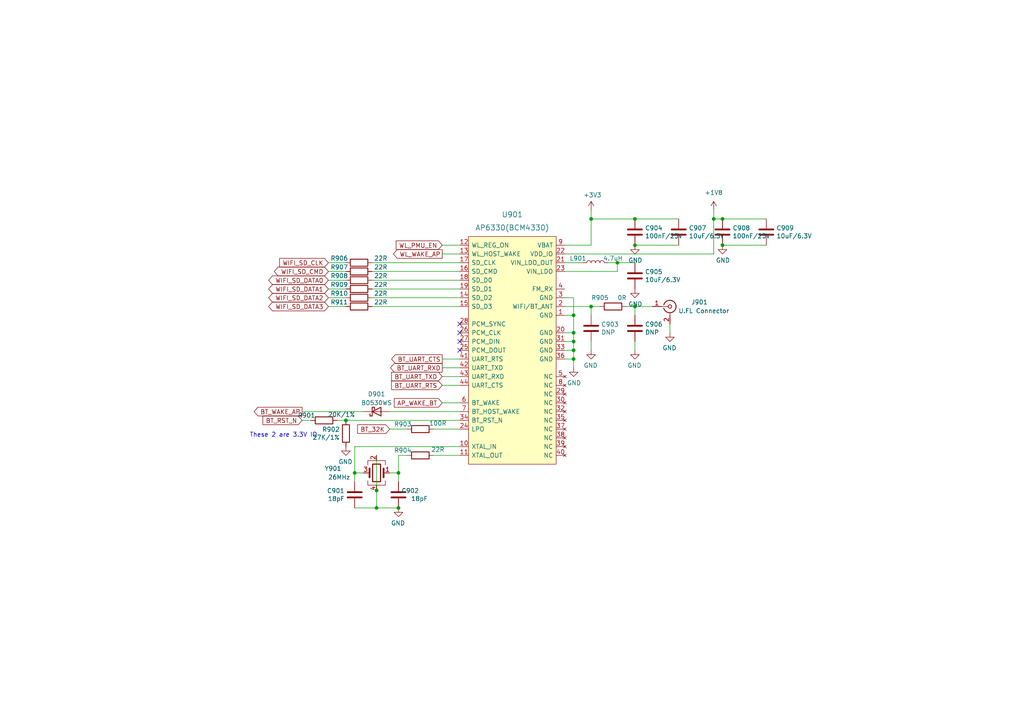
<source format=kicad_sch>
(kicad_sch (version 20210621) (generator eeschema)
  (paper "A4")
  (title_block (title "Lancer Mainboard") (date "2021-10-25") (rev "R0.1") (company "Copyright Modos 2021. / Engineer: Wenting Zhang") (comment 2 "MERCHANTABILITY, SATISFACTORY QUALITY AND FITNESS FOR A PARTICULAR PURPOSE.") (comment 3 "This source is distributed WITHOUT ANY EXPRESS OR IMPLIED WARRANTY, INCLUDING OF") (comment 4 "This source describes Open Hardware and is licensed under the CERN-OHL-S v2."))
  (lib_symbols
    (symbol "Connector:Conn_Coaxial" (pin_names (offset 1.016) hide)
      (property "Reference" "J" (at 0.254 3.048 0))
      (property "Value" "Conn_Coaxial" (at 2.921 0 90))
      (symbol "Conn_Coaxial_0_1"
        (arc (start -1.778 0.508) (end 1.778 0) (radius (at -0.0508 0) (length 1.8034) (angles 163.6 0)) (stroke (width 0.254)))
        (arc (start 1.778 0) (end -1.778 -0.508) (radius (at -0.0254 0) (length 1.8034) (angles 0 -163.8)) (stroke (width 0.254)))
        (circle (center 0 0) (radius 0.508) (stroke (width 0.2032)))
        (polyline (pts (xy -2.54 0) (xy -0.508 0)))
        (polyline (pts (xy 0 -2.54) (xy 0 -1.778)))
      )
      (symbol "Conn_Coaxial_1_1"
        (pin passive line (at -5.08 0 0) (length 2.54) (name "In") (number "1"))
        (pin passive line (at 0 -5.08 90) (length 2.54) (name "Ext") (number "2"))
      )
    )
    (symbol "Device:C" (pin_numbers hide) (pin_names (offset 0.254))
      (property "Reference" "C" (at 0.635 2.54 0))
      (property "Value" "C" (at 0.635 -2.54 0))
      (symbol "C_0_1"
        (polyline (pts (xy -2.032 -0.762) (xy 2.032 -0.762)) (stroke (width 0.508)))
        (polyline (pts (xy -2.032 0.762) (xy 2.032 0.762)) (stroke (width 0.508)))
      )
      (symbol "C_1_1"
        (pin passive line (at 0 3.81 270) (length 2.794) (name "~") (number "1"))
        (pin passive line (at 0 -3.81 90) (length 2.794) (name "~") (number "2"))
      )
    )
    (symbol "Device:Crystal_GND24" (pin_names (offset 1.016) hide)
      (property "Reference" "Y" (at 3.175 5.08 0))
      (property "Value" "Crystal_GND24" (at 3.175 3.175 0))
      (symbol "Crystal_GND24_0_1"
        (rectangle (start -1.143 2.54) (end 1.143 -2.54) (stroke (width 0.3048)))
        (polyline (pts (xy -2.54 0) (xy -2.032 0)))
        (polyline (pts (xy -2.032 -1.27) (xy -2.032 1.27)) (stroke (width 0.508)))
        (polyline (pts (xy 0 -3.81) (xy 0 -3.556)))
        (polyline (pts (xy 0 3.556) (xy 0 3.81)))
        (polyline (pts (xy 2.032 -1.27) (xy 2.032 1.27)) (stroke (width 0.508)))
        (polyline (pts (xy 2.032 0) (xy 2.54 0)))
        (polyline (pts (xy -2.54 -2.286) (xy -2.54 -3.556) (xy 2.54 -3.556) (xy 2.54 -2.286)))
        (polyline (pts (xy -2.54 2.286) (xy -2.54 3.556) (xy 2.54 3.556) (xy 2.54 2.286)))
      )
      (symbol "Crystal_GND24_1_1"
        (pin passive line (at -3.81 0 0) (length 1.27) (name "1") (number "1"))
        (pin passive line (at 0 5.08 270) (length 1.27) (name "2") (number "2"))
        (pin passive line (at 3.81 0 180) (length 1.27) (name "3") (number "3"))
        (pin passive line (at 0 -5.08 90) (length 1.27) (name "4") (number "4"))
      )
    )
    (symbol "Device:D_Schottky" (pin_numbers hide) (pin_names (offset 1.016) hide)
      (property "Reference" "D" (at 0 2.54 0))
      (property "Value" "D_Schottky" (at 0 -2.54 0))
      (symbol "D_Schottky_0_1"
        (polyline (pts (xy 1.27 0) (xy -1.27 0)))
        (polyline (pts (xy 1.27 1.27) (xy 1.27 -1.27) (xy -1.27 0) (xy 1.27 1.27)) (stroke (width 0.254)))
        (polyline (pts (xy -1.905 0.635) (xy -1.905 1.27) (xy -1.27 1.27) (xy -1.27 -1.27) (xy -0.635 -1.27) (xy -0.635 -0.635)) (stroke (width 0.254)))
      )
      (symbol "D_Schottky_1_1"
        (pin passive line (at -3.81 0 0) (length 2.54) (name "K") (number "1"))
        (pin passive line (at 3.81 0 180) (length 2.54) (name "A") (number "2"))
      )
    )
    (symbol "Device:L" (pin_numbers hide) (pin_names (offset 1.016) hide)
      (property "Reference" "L" (at -1.27 0 90))
      (property "Value" "L" (at 1.905 0 90))
      (symbol "L_0_1"
        (arc (start 0 -2.54) (end 0 -1.27) (radius (at 0 -1.905) (length 0.635) (angles -89.9 89.9)))
        (arc (start 0 -1.27) (end 0 0) (radius (at 0 -0.635) (length 0.635) (angles -89.9 89.9)))
        (arc (start 0 0) (end 0 1.27) (radius (at 0 0.635) (length 0.635) (angles -89.9 89.9)))
        (arc (start 0 1.27) (end 0 2.54) (radius (at 0 1.905) (length 0.635) (angles -89.9 89.9)))
      )
      (symbol "L_1_1"
        (pin passive line (at 0 3.81 270) (length 1.27) (name "1") (number "1"))
        (pin passive line (at 0 -3.81 90) (length 1.27) (name "2") (number "2"))
      )
    )
    (symbol "Device:R" (pin_numbers hide) (pin_names (offset 0))
      (property "Reference" "R" (at 2.032 0 90))
      (property "Value" "R" (at 0 0 90))
      (symbol "R_0_1"
        (rectangle (start -1.016 -2.54) (end 1.016 2.54) (stroke (width 0.254)))
      )
      (symbol "R_1_1"
        (pin passive line (at 0 3.81 270) (length 1.27) (name "~") (number "1"))
        (pin passive line (at 0 -3.81 90) (length 1.27) (name "~") (number "2"))
      )
    )
    (symbol "power:+1V8" (power) (pin_names (offset 0))
      (property "Value" "+1V8" (at 0 3.556 0))
      (symbol "+1V8_0_1"
        (polyline (pts (xy -0.762 1.27) (xy 0 2.54)))
        (polyline (pts (xy 0 0) (xy 0 2.54)))
        (polyline (pts (xy 0 2.54) (xy 0.762 1.27)))
      )
      (symbol "+1V8_1_1"
        (pin power_in line (at 0 0 90) (length 0) hide (name "+1V8") (number "1"))
      )
    )
    (symbol "power:+3V3" (power) (pin_names (offset 0))
      (property "Value" "+3V3" (at 0 3.556 0))
      (symbol "+3V3_0_1"
        (polyline (pts (xy -0.762 1.27) (xy 0 2.54)))
        (polyline (pts (xy 0 0) (xy 0 2.54)))
        (polyline (pts (xy 0 2.54) (xy 0.762 1.27)))
      )
      (symbol "+3V3_1_1"
        (pin power_in line (at 0 0 90) (length 0) hide (name "+3V3") (number "1"))
      )
    )
    (symbol "power:GND" (power) (pin_names (offset 0))
      (property "Value" "GND" (at 0 -3.81 0))
      (symbol "GND_0_1"
        (polyline (pts (xy 0 0) (xy 0 -1.27) (xy 1.27 -1.27) (xy 0 -2.54) (xy -1.27 -1.27) (xy 0 -1.27)))
      )
      (symbol "GND_1_1"
        (pin power_in line (at 0 0 270) (length 0) hide (name "GND") (number "1"))
      )
    )
    (symbol "symbols:AP6330(BCM4330)" (pin_names (offset 0.889))
      (property "Reference" "U" (at -10.16 34.925 0))
      (property "Value" "AP6330(BCM4330)" (at 0 -34.925 0))
      (symbol "AP6330(BCM4330)_0_1"
        (rectangle (start 12.7 33.02) (end -12.7 -33.02) (fill (type background)))
      )
      (symbol "AP6330(BCM4330)_1_1"
        (pin power_in line (at 15.24 10.16 180) (length 2.4892) (name "GND") (number "1"))
        (pin input line (at -15.24 -27.94 0) (length 2.4892) (name "XTAL_IN") (number "10"))
        (pin output line (at -15.24 -30.48 0) (length 2.4892) (name "XTAL_OUT") (number "11"))
        (pin input line (at -15.24 30.48 0) (length 2.4892) (name "WL_REG_ON") (number "12"))
        (pin output line (at -15.24 27.94 0) (length 2.4892) (name "WL_HOST_WAKE") (number "13"))
        (pin bidirectional line (at -15.24 15.24 0) (length 2.4892) (name "SD_D2") (number "14"))
        (pin bidirectional line (at -15.24 12.7 0) (length 2.4892) (name "SD_D3") (number "15"))
        (pin bidirectional line (at -15.24 22.86 0) (length 2.4892) (name "SD_CMD") (number "16"))
        (pin input line (at -15.24 25.4 0) (length 2.4892) (name "SD_CLK") (number "17"))
        (pin bidirectional line (at -15.24 20.32 0) (length 2.4892) (name "SD_D0") (number "18"))
        (pin bidirectional line (at -15.24 17.78 0) (length 2.4892) (name "SD_D1") (number "19"))
        (pin bidirectional line (at 15.24 12.7 180) (length 2.4892) (name "WIFI/BT_ANT") (number "2"))
        (pin power_in line (at 15.24 5.08 180) (length 2.4892) (name "GND") (number "20"))
        (pin power_out line (at 15.24 25.4 180) (length 2.4892) (name "VIN_LDO_OUT") (number "21"))
        (pin power_in line (at 15.24 27.94 180) (length 2.4892) (name "VDD_IO") (number "22"))
        (pin power_in line (at 15.24 22.86 180) (length 2.4892) (name "VIN_LDO") (number "23"))
        (pin bidirectional line (at -15.24 -22.86 0) (length 2.4892) (name "LPO") (number "24"))
        (pin output line (at -15.24 0 0) (length 2.4892) (name "PCM_DOUT") (number "25"))
        (pin input line (at -15.24 5.08 0) (length 2.4892) (name "PCM_CLK") (number "26"))
        (pin input line (at -15.24 2.54 0) (length 2.4892) (name "PCM_DIN") (number "27"))
        (pin input line (at -15.24 7.62 0) (length 2.4892) (name "PCM_SYNC") (number "28"))
        (pin no_connect line (at 15.24 -12.7 180) (length 2.4892) (name "NC") (number "29"))
        (pin power_in line (at 15.24 15.24 180) (length 2.4892) (name "GND") (number "3"))
        (pin no_connect line (at 15.24 -15.24 180) (length 2.4892) (name "NC") (number "30"))
        (pin power_in line (at 15.24 2.54 180) (length 2.4892) (name "GND") (number "31"))
        (pin no_connect line (at 15.24 -17.78 180) (length 2.4892) (name "NC") (number "32"))
        (pin power_in line (at 15.24 0 180) (length 2.4892) (name "GND") (number "33"))
        (pin input line (at -15.24 -20.32 0) (length 2.4892) (name "BT_RST_N") (number "34"))
        (pin no_connect line (at 15.24 -20.32 180) (length 2.4892) (name "NC") (number "35"))
        (pin power_in line (at 15.24 -2.54 180) (length 2.4892) (name "GND") (number "36"))
        (pin no_connect line (at 15.24 -22.86 180) (length 2.4892) (name "NC") (number "37"))
        (pin no_connect line (at 15.24 -25.4 180) (length 2.4892) (name "NC") (number "38"))
        (pin no_connect line (at 15.24 -27.94 180) (length 2.4892) (name "NC") (number "39"))
        (pin input line (at 15.24 17.78 180) (length 2.4892) (name "FM_RX") (number "4"))
        (pin no_connect line (at 15.24 -30.48 180) (length 2.4892) (name "NC") (number "40"))
        (pin output line (at -15.24 -2.54 0) (length 2.4892) (name "UART_RTS") (number "41"))
        (pin output line (at -15.24 -5.08 0) (length 2.4892) (name "UART_TXD") (number "42"))
        (pin input line (at -15.24 -7.62 0) (length 2.4892) (name "UART_RXD") (number "43"))
        (pin input line (at -15.24 -10.16 0) (length 2.4892) (name "UART_CTS") (number "44"))
        (pin no_connect line (at 15.24 -7.62 180) (length 2.4892) (name "NC") (number "5"))
        (pin input line (at -15.24 -15.24 0) (length 2.4892) (name "BT_WAKE") (number "6"))
        (pin output line (at -15.24 -17.78 0) (length 2.4892) (name "BT_HOST_WAKE") (number "7"))
        (pin no_connect line (at 15.24 -10.16 180) (length 2.4892) (name "NC") (number "8"))
        (pin power_in line (at 15.24 30.48 180) (length 2.4892) (name "VBAT") (number "9"))
      )
    )
  )
  (junction (at 100.33 121.92))
  (junction (at 102.87 137.16))
  (junction (at 109.22 142.24) (diameter 0.9144))
  (junction (at 109.22 147.32) (diameter 0.9144))
  (junction (at 115.57 137.16) (diameter 0.9144))
  (junction (at 115.57 147.32) (diameter 0.9144))
  (junction (at 166.37 91.44))
  (junction (at 166.37 96.52))
  (junction (at 166.37 99.06) (diameter 0.9144))
  (junction (at 166.37 101.6) (diameter 0.9144))
  (junction (at 166.37 104.14) (diameter 0.9144))
  (junction (at 171.45 63.5))
  (junction (at 171.45 88.9) (diameter 0.9144))
  (junction (at 179.07 76.2))
  (junction (at 184.15 63.5))
  (junction (at 184.15 71.12))
  (junction (at 184.15 88.9))
  (junction (at 207.01 63.5))
  (junction (at 209.55 63.5))
  (junction (at 209.55 71.12))
  (no_connect (at 133.35 93.98))
  (no_connect (at 133.35 96.52))
  (no_connect (at 133.35 99.06))
  (no_connect (at 133.35 101.6))
  (wire (pts (xy 87.63 119.38) (xy 105.41 119.38)))
  (wire (pts (xy 87.63 121.92) (xy 90.17 121.92)))
  (wire (pts (xy 95.25 76.2) (xy 100.33 76.2)))
  (wire (pts (xy 95.25 78.74) (xy 100.33 78.74)))
  (wire (pts (xy 95.25 81.28) (xy 100.33 81.28)))
  (wire (pts (xy 95.25 83.82) (xy 100.33 83.82)))
  (wire (pts (xy 95.25 86.36) (xy 100.33 86.36)))
  (wire (pts (xy 95.25 88.9) (xy 100.33 88.9)))
  (wire (pts (xy 97.79 121.92) (xy 100.33 121.92)))
  (wire (pts (xy 100.33 121.92) (xy 133.35 121.92)))
  (wire (pts (xy 102.87 129.54) (xy 102.87 137.16)))
  (wire (pts (xy 102.87 129.54) (xy 133.35 129.54)))
  (wire (pts (xy 102.87 137.16) (xy 105.41 137.16)))
  (wire (pts (xy 102.87 139.7) (xy 102.87 137.16)))
  (wire (pts (xy 102.87 147.32) (xy 109.22 147.32)))
  (wire (pts (xy 107.95 76.2) (xy 133.35 76.2)))
  (wire (pts (xy 107.95 78.74) (xy 133.35 78.74)))
  (wire (pts (xy 107.95 81.28) (xy 133.35 81.28)))
  (wire (pts (xy 107.95 83.82) (xy 133.35 83.82)))
  (wire (pts (xy 107.95 86.36) (xy 133.35 86.36)))
  (wire (pts (xy 107.95 88.9) (xy 133.35 88.9)))
  (wire (pts (xy 109.22 132.08) (xy 109.22 142.24)))
  (wire (pts (xy 109.22 142.24) (xy 109.22 147.32)))
  (wire (pts (xy 109.22 147.32) (xy 115.57 147.32)))
  (wire (pts (xy 113.03 119.38) (xy 133.35 119.38)))
  (wire (pts (xy 113.03 124.46) (xy 118.11 124.46)))
  (wire (pts (xy 113.03 137.16) (xy 115.57 137.16)))
  (wire (pts (xy 115.57 132.08) (xy 118.11 132.08)))
  (wire (pts (xy 115.57 137.16) (xy 115.57 132.08)))
  (wire (pts (xy 115.57 139.7) (xy 115.57 137.16)))
  (wire (pts (xy 125.73 124.46) (xy 133.35 124.46)))
  (wire (pts (xy 125.73 132.08) (xy 133.35 132.08)))
  (wire (pts (xy 128.27 71.12) (xy 133.35 71.12)))
  (wire (pts (xy 128.27 73.66) (xy 133.35 73.66)))
  (wire (pts (xy 128.27 104.14) (xy 133.35 104.14)))
  (wire (pts (xy 128.27 106.68) (xy 133.35 106.68)))
  (wire (pts (xy 128.27 109.22) (xy 133.35 109.22)))
  (wire (pts (xy 128.27 111.76) (xy 133.35 111.76)))
  (wire (pts (xy 128.27 116.84) (xy 133.35 116.84)))
  (wire (pts (xy 163.83 71.12) (xy 171.45 71.12)))
  (wire (pts (xy 163.83 73.66) (xy 207.01 73.66)))
  (wire (pts (xy 163.83 76.2) (xy 168.91 76.2)))
  (wire (pts (xy 163.83 86.36) (xy 166.37 86.36)))
  (wire (pts (xy 163.83 88.9) (xy 171.45 88.9)))
  (wire (pts (xy 163.83 91.44) (xy 166.37 91.44)))
  (wire (pts (xy 163.83 96.52) (xy 166.37 96.52)))
  (wire (pts (xy 163.83 99.06) (xy 166.37 99.06)))
  (wire (pts (xy 163.83 101.6) (xy 166.37 101.6)))
  (wire (pts (xy 163.83 104.14) (xy 166.37 104.14)))
  (wire (pts (xy 166.37 86.36) (xy 166.37 91.44)))
  (wire (pts (xy 166.37 91.44) (xy 166.37 96.52)))
  (wire (pts (xy 166.37 96.52) (xy 166.37 99.06)))
  (wire (pts (xy 166.37 99.06) (xy 166.37 101.6)))
  (wire (pts (xy 166.37 101.6) (xy 166.37 104.14)))
  (wire (pts (xy 166.37 104.14) (xy 166.37 106.68)))
  (wire (pts (xy 171.45 60.96) (xy 171.45 63.5)))
  (wire (pts (xy 171.45 63.5) (xy 171.45 71.12)))
  (wire (pts (xy 171.45 63.5) (xy 184.15 63.5)))
  (wire (pts (xy 171.45 88.9) (xy 173.99 88.9)))
  (wire (pts (xy 171.45 91.44) (xy 171.45 88.9)))
  (wire (pts (xy 171.45 99.06) (xy 171.45 101.6)))
  (wire (pts (xy 176.53 76.2) (xy 179.07 76.2)))
  (wire (pts (xy 179.07 76.2) (xy 179.07 78.74)))
  (wire (pts (xy 179.07 76.2) (xy 184.15 76.2)))
  (wire (pts (xy 179.07 78.74) (xy 163.83 78.74)))
  (wire (pts (xy 181.61 88.9) (xy 184.15 88.9)))
  (wire (pts (xy 184.15 63.5) (xy 196.85 63.5)))
  (wire (pts (xy 184.15 91.44) (xy 184.15 88.9)))
  (wire (pts (xy 184.15 99.06) (xy 184.15 101.6)))
  (wire (pts (xy 189.23 88.9) (xy 184.15 88.9)))
  (wire (pts (xy 194.31 96.52) (xy 194.31 93.98)))
  (wire (pts (xy 196.85 71.12) (xy 184.15 71.12)))
  (wire (pts (xy 207.01 60.96) (xy 207.01 63.5)))
  (wire (pts (xy 207.01 63.5) (xy 209.55 63.5)))
  (wire (pts (xy 207.01 73.66) (xy 207.01 63.5)))
  (wire (pts (xy 209.55 63.5) (xy 222.25 63.5)))
  (wire (pts (xy 222.25 71.12) (xy 209.55 71.12)))
  (text "These 2 are 3.3V IO" (at 72.39 127 0) (effects (font (size 1.27 1.27)) (justify left bottom)))
  (global_label "BT_WAKE_AP" (shape output) (at 87.63 119.38 180) (property "Intersheet References" "${INTERSHEET_REFS}" (effects hide)))
  (global_label "BT_RST_N" (shape input) (at 87.63 121.92 180) (property "Intersheet References" "${INTERSHEET_REFS}" (effects hide)))
  (global_label "WIFI_SD_CLK" (shape input) (at 95.25 76.2 180) (property "Intersheet References" "${INTERSHEET_REFS}" (effects hide)))
  (global_label "WIFI_SD_CMD" (shape bidirectional) (at 95.25 78.74 180) (property "Intersheet References" "${INTERSHEET_REFS}" (effects hide)))
  (global_label "WIFI_SD_DATA0" (shape bidirectional) (at 95.25 81.28 180) (property "Intersheet References" "${INTERSHEET_REFS}" (effects hide)))
  (global_label "WIFI_SD_DATA1" (shape bidirectional) (at 95.25 83.82 180) (property "Intersheet References" "${INTERSHEET_REFS}" (effects hide)))
  (global_label "WIFI_SD_DATA2" (shape bidirectional) (at 95.25 86.36 180) (property "Intersheet References" "${INTERSHEET_REFS}" (effects hide)))
  (global_label "WIFI_SD_DATA3" (shape bidirectional) (at 95.25 88.9 180) (property "Intersheet References" "${INTERSHEET_REFS}" (effects hide)))
  (global_label "BT_32K" (shape input) (at 113.03 124.46 180) (property "Intersheet References" "${INTERSHEET_REFS}" (effects hide)))
  (global_label "WL_PMU_EN" (shape input) (at 128.27 71.12 180) (property "Intersheet References" "${INTERSHEET_REFS}" (effects hide)))
  (global_label "WL_WAKE_AP" (shape output) (at 128.27 73.66 180) (property "Intersheet References" "${INTERSHEET_REFS}" (effects hide)))
  (global_label "BT_UART_CTS" (shape output) (at 128.27 104.14 180) (property "Intersheet References" "${INTERSHEET_REFS}" (effects hide)))
  (global_label "BT_UART_RXD" (shape output) (at 128.27 106.68 180) (property "Intersheet References" "${INTERSHEET_REFS}" (effects hide)))
  (global_label "BT_UART_TXD" (shape input) (at 128.27 109.22 180) (property "Intersheet References" "${INTERSHEET_REFS}" (effects hide)))
  (global_label "BT_UART_RTS" (shape input) (at 128.27 111.76 180) (property "Intersheet References" "${INTERSHEET_REFS}" (effects hide)))
  (global_label "AP_WAKE_BT" (shape input) (at 128.27 116.84 180) (property "Intersheet References" "${INTERSHEET_REFS}" (effects hide)))
  (symbol (lib_id "power:+3V3") (at 171.45 60.96 0) (unit 1)
    (property "Reference" "#PWR0904" (effects hide))
    (property "Value" "+3V3" (at 171.831 56.5658 0))
  )
  (symbol (lib_id "power:+1V8") (at 207.01 60.96 0) (unit 1)
    (property "Reference" "#PWR0910" (effects hide))
    (property "Value" "+1V8" (at 207.01 55.88 0))
  )
  (symbol (lib_id "power:GND") (at 100.33 129.54 0) (mirror y) (unit 1)
    (property "Reference" "#PWR0901" (effects hide))
    (property "Value" "GND" (at 100.203 133.9342 0))
  )
  (symbol (lib_id "power:GND") (at 115.57 147.32 0) (mirror y) (unit 1)
    (property "Reference" "#PWR0902" (effects hide))
    (property "Value" "GND" (at 115.443 151.7142 0))
  )
  (symbol (lib_id "power:GND") (at 166.37 106.68 0) (unit 1)
    (property "Reference" "#PWR0903" (effects hide))
    (property "Value" "GND" (at 166.497 111.0742 0))
  )
  (symbol (lib_id "power:GND") (at 171.45 101.6 0) (mirror y) (unit 1)
    (property "Reference" "#PWR0905" (effects hide))
    (property "Value" "GND" (at 171.323 105.9942 0))
  )
  (symbol (lib_id "power:GND") (at 184.15 71.12 0) (unit 1)
    (property "Reference" "#PWR0906" (effects hide))
    (property "Value" "GND" (at 184.277 75.5142 0))
  )
  (symbol (lib_id "power:GND") (at 184.15 83.82 0) (unit 1)
    (property "Reference" "#PWR0907" (effects hide))
    (property "Value" "GND" (at 184.277 88.2142 0))
  )
  (symbol (lib_id "power:GND") (at 184.15 101.6 0) (mirror y) (unit 1)
    (property "Reference" "#PWR0908" (effects hide))
    (property "Value" "GND" (at 184.023 105.9942 0))
  )
  (symbol (lib_id "power:GND") (at 194.31 96.52 0) (mirror y) (unit 1)
    (property "Reference" "#PWR0909" (effects hide))
    (property "Value" "GND" (at 194.183 100.9142 0))
  )
  (symbol (lib_id "power:GND") (at 209.55 71.12 0) (unit 1)
    (property "Reference" "#PWR0911" (effects hide))
    (property "Value" "GND" (at 209.677 75.5142 0))
  )
  (symbol (lib_id "Device:L") (at 172.72 76.2 90) (unit 1)
    (property "Reference" "L901" (at 167.64 74.93 90))
    (property "Value" "4.7uH" (at 177.8 74.93 90))
    (property "Footprint" "footprints:L_1212" (effects hide))
    (property "LCSC" "C340379 " (effects hide))
    (property "Ref.Price" "0.0643" (effects hide))
  )
  (symbol (lib_id "Device:R") (at 93.98 121.92 90) (mirror x) (unit 1)
    (property "Reference" "R901" (at 88.9 120.4722 90))
    (property "Value" "20K/1%" (at 99.06 120.2436 90))
    (property "Footprint" "Resistor_SMD:R_0402_1005Metric" (effects hide))
    (property "LCSC" "C93942" (effects hide))
    (property "Ref.Price" "0.0011" (effects hide))
  )
  (symbol (lib_id "Device:R") (at 100.33 125.73 0) (mirror y) (unit 1)
    (property "Reference" "R902" (at 98.552 124.5616 0) (effects (justify left)))
    (property "Value" "27K/1%" (at 98.552 126.873 0) (effects (justify left)))
    (property "Footprint" "Resistor_SMD:R_0402_1005Metric" (effects hide))
    (property "LCSC" "C138022" (effects hide))
    (property "Ref.Price" "0.0029" (effects hide))
  )
  (symbol (lib_id "Device:R") (at 104.14 76.2 90) (unit 1)
    (property "Reference" "R906" (at 100.9649 74.93 90) (effects (justify left)))
    (property "Value" "22R" (at 112.3949 74.93 90) (effects (justify left)))
    (property "Footprint" "Resistor_SMD:R_0402_1005Metric" (effects hide))
    (property "LCSC" "C93929" (effects hide))
    (property "Ref.Price" "0.002" (effects hide))
  )
  (symbol (lib_id "Device:R") (at 104.14 78.74 90) (unit 1)
    (property "Reference" "R907" (at 100.9649 77.47 90) (effects (justify left)))
    (property "Value" "22R" (at 112.3949 77.47 90) (effects (justify left)))
    (property "Footprint" "Resistor_SMD:R_0402_1005Metric" (effects hide))
    (property "LCSC" "C93929" (effects hide))
    (property "Ref.Price" "0.002" (effects hide))
  )
  (symbol (lib_id "Device:R") (at 104.14 81.28 90) (unit 1)
    (property "Reference" "R908" (at 100.9649 80.01 90) (effects (justify left)))
    (property "Value" "22R" (at 112.3949 80.01 90) (effects (justify left)))
    (property "Footprint" "Resistor_SMD:R_0402_1005Metric" (effects hide))
    (property "LCSC" "C93929" (effects hide))
    (property "Ref.Price" "0.002" (effects hide))
  )
  (symbol (lib_id "Device:R") (at 104.14 83.82 90) (unit 1)
    (property "Reference" "R909" (at 100.9649 82.55 90) (effects (justify left)))
    (property "Value" "22R" (at 112.3949 82.55 90) (effects (justify left)))
    (property "Footprint" "Resistor_SMD:R_0402_1005Metric" (effects hide))
    (property "LCSC" "C93929" (effects hide))
    (property "Ref.Price" "0.002" (effects hide))
  )
  (symbol (lib_id "Device:R") (at 104.14 86.36 90) (unit 1)
    (property "Reference" "R910" (at 100.9649 85.09 90) (effects (justify left)))
    (property "Value" "22R" (at 112.3949 85.09 90) (effects (justify left)))
    (property "Footprint" "Resistor_SMD:R_0402_1005Metric" (effects hide))
    (property "LCSC" "C93929" (effects hide))
    (property "Ref.Price" "0.002" (effects hide))
  )
  (symbol (lib_id "Device:R") (at 104.14 88.9 90) (unit 1)
    (property "Reference" "R911" (at 100.9649 87.63 90) (effects (justify left)))
    (property "Value" "22R" (at 112.3949 87.63 90) (effects (justify left)))
    (property "Footprint" "Resistor_SMD:R_0402_1005Metric" (effects hide))
    (property "LCSC" "C93929" (effects hide))
    (property "Ref.Price" "0.002" (effects hide))
  )
  (symbol (lib_id "Device:R") (at 121.92 124.46 90) (mirror x) (unit 1)
    (property "Reference" "R903" (at 116.84 123.0122 90))
    (property "Value" "100R" (at 127 122.7836 90))
    (property "Footprint" "Resistor_SMD:R_0402_1005Metric" (effects hide))
    (property "LCSC" "C106233" (effects hide))
    (property "Ref.Price" "0.0007" (effects hide))
  )
  (symbol (lib_id "Device:R") (at 121.92 132.08 90) (mirror x) (unit 1)
    (property "Reference" "R904" (at 116.84 130.6322 90))
    (property "Value" "22R" (at 127 130.4036 90))
    (property "Footprint" "Resistor_SMD:R_0402_1005Metric" (effects hide))
    (property "LCSC" "C93929" (effects hide))
    (property "Ref.Price" "0.002" (effects hide))
  )
  (symbol (lib_id "Device:R") (at 177.8 88.9 270) (unit 1)
    (property "Reference" "R905" (at 171.45 86.36 90) (effects (justify left)))
    (property "Value" "0R" (at 179.07 86.36 90) (effects (justify left)))
    (property "Footprint" "Resistor_SMD:R_0402_1005Metric" (effects hide))
    (property "LCSC" "C60485" (effects hide))
    (property "Ref.Price" "0.0008" (effects hide))
  )
  (symbol (lib_id "Device:D_Schottky") (at 109.22 119.38 0) (mirror x) (unit 1)
    (property "Reference" "D901" (at 109.22 114.3 0))
    (property "Value" "B0530WS" (at 109.22 116.84 0))
    (property "Footprint" "Diode_SMD:D_SOD-323" (effects hide))
    (property "LCSC" "C475612" (effects hide))
    (property "Ref.Price" "0.0209" (effects hide))
  )
  (symbol (lib_id "Device:C") (at 102.87 143.51 0) (mirror y) (unit 1)
    (property "Reference" "C901" (at 99.949 142.3416 0) (effects (justify left)))
    (property "Value" "18pF" (at 99.949 144.653 0) (effects (justify left)))
    (property "Footprint" "Capacitor_SMD:C_0402_1005Metric" (effects hide))
    (property "LCSC" "C182481" (effects hide))
    (property "Ref.Price" "0.0061" (effects hide))
  )
  (symbol (lib_id "Device:C") (at 115.57 143.51 0) (mirror y) (unit 1)
    (property "Reference" "C902" (at 121.539 142.3416 0) (effects (justify left)))
    (property "Value" "18pF" (at 124.079 144.653 0) (effects (justify left)))
    (property "Footprint" "Capacitor_SMD:C_0402_1005Metric" (effects hide))
    (property "LCSC" "C182481" (effects hide))
    (property "Ref.Price" "0.0061" (effects hide))
  )
  (symbol (lib_id "Device:C") (at 171.45 95.25 180) (unit 1)
    (property "Reference" "C903" (at 174.371 94.0816 0) (effects (justify right)))
    (property "Value" "DNP" (at 174.371 96.393 0) (effects (justify right)))
    (property "Footprint" "Capacitor_SMD:C_0402_1005Metric" (effects hide))
    (property "LCSC" "-" (effects hide))
    (property "Ref.Price" "0" (effects hide))
  )
  (symbol (lib_id "Device:C") (at 184.15 67.31 0) (unit 1)
    (property "Reference" "C904" (at 187.071 66.1416 0) (effects (justify left)))
    (property "Value" "100nF/25V" (at 187.071 68.453 0) (effects (justify left)))
    (property "Footprint" "Capacitor_SMD:C_0402_1005Metric" (effects hide))
    (property "LCSC" "C56392" (effects hide))
    (property "Ref.Price" "0.0023" (effects hide))
  )
  (symbol (lib_id "Device:C") (at 184.15 80.01 0) (unit 1)
    (property "Reference" "C905" (at 187.071 78.8416 0) (effects (justify left)))
    (property "Value" "10uF/6.3V" (at 187.071 81.153 0) (effects (justify left)))
    (property "Footprint" "Capacitor_SMD:C_0603_1608Metric" (effects hide))
    (property "LCSC" "C105490" (effects hide))
    (property "Ref.Price" "0.0165" (effects hide))
  )
  (symbol (lib_id "Device:C") (at 184.15 95.25 180) (unit 1)
    (property "Reference" "C906" (at 187.071 94.0816 0) (effects (justify right)))
    (property "Value" "DNP" (at 187.071 96.393 0) (effects (justify right)))
    (property "Footprint" "Capacitor_SMD:C_0402_1005Metric" (effects hide))
    (property "LCSC" "-" (effects hide))
    (property "Ref.Price" "0" (effects hide))
  )
  (symbol (lib_id "Device:C") (at 196.85 67.31 0) (unit 1)
    (property "Reference" "C907" (at 199.771 66.1416 0) (effects (justify left)))
    (property "Value" "10uF/6.3V" (at 199.771 68.453 0) (effects (justify left)))
    (property "Footprint" "Capacitor_SMD:C_0603_1608Metric" (effects hide))
    (property "LCSC" "C105490" (effects hide))
    (property "Ref.Price" "0.0165" (effects hide))
  )
  (symbol (lib_id "Device:C") (at 209.55 67.31 0) (unit 1)
    (property "Reference" "C908" (at 212.471 66.1416 0) (effects (justify left)))
    (property "Value" "100nF/25V" (at 212.471 68.453 0) (effects (justify left)))
    (property "Footprint" "Capacitor_SMD:C_0402_1005Metric" (effects hide))
    (property "LCSC" "C56392" (effects hide))
    (property "Ref.Price" "0.0023" (effects hide))
  )
  (symbol (lib_id "Device:C") (at 222.25 67.31 0) (unit 1)
    (property "Reference" "C909" (at 225.171 66.1416 0) (effects (justify left)))
    (property "Value" "10uF/6.3V" (at 225.171 68.453 0) (effects (justify left)))
    (property "Footprint" "Capacitor_SMD:C_0603_1608Metric" (effects hide))
    (property "LCSC" "C105490" (effects hide))
    (property "Ref.Price" "0.0165" (effects hide))
  )
  (symbol (lib_id "Connector:Conn_Coaxial") (at 194.31 88.9 0) (unit 1)
    (property "Reference" "J901" (at 202.8825 87.63 0))
    (property "Value" "U.FL Connector" (at 204.1525 90.17 0))
    (property "Footprint" "Connector_Coaxial:U.FL_Molex_MCRF_73412-0110_Vertical" (effects hide))
    (property "Datasheet" " ~" (effects hide))
    (property "LCSC" "C88374" (effects hide))
    (property "Ref.Price" "0.0897" (effects hide))
  )
  (symbol (lib_id "Device:Crystal_GND24") (at 109.22 137.16 0) (mirror y) (unit 1)
    (property "Reference" "Y901" (at 99.06 135.89 0) (effects (justify left)))
    (property "Value" "26MHz" (at 101.6 138.43 0) (effects (justify left)))
    (property "Footprint" "Crystal:Crystal_SMD_3225-4Pin_3.2x2.5mm" (effects hide))
    (property "LCSC" "C390775" (effects hide))
    (property "Ref.Price" "0.1123" (effects hide))
  )
  (symbol (lib_id "symbols:AP6330(BCM4330)") (at 148.59 101.6 0) (unit 1)
    (property "Reference" "U901" (at 148.59 62.23 0) (effects (font (size 1.524 1.524))))
    (property "Value" "AP6330(BCM4330)" (at 148.59 66.04 0) (effects (font (size 1.524 1.524))))
    (property "Footprint" "footprints:RL-SM02BD(RTL8723BS)" (effects hide))
    (property "Ref.Price" "3.04" (effects hide))
  )
)
</source>
